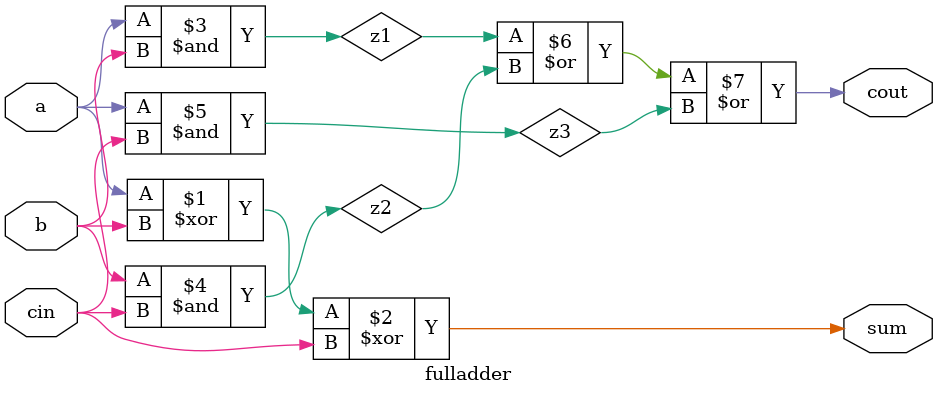
<source format=v>
`timescale 1ns / 1ps


module fulladder(input a,b,cin,
                 output sum,cout
    );
    
    xor X0(sum,a,b,cin);    // XOR gate instantiation for sum
    
    wire z1,z2,z3;
    
    and A0(z1,a,b),         // Carry-out gate connections
        A1(z2,b,cin),
        A3(z3,a,cin);
    or O1(cout,z1,z2,z3);
    
endmodule

</source>
